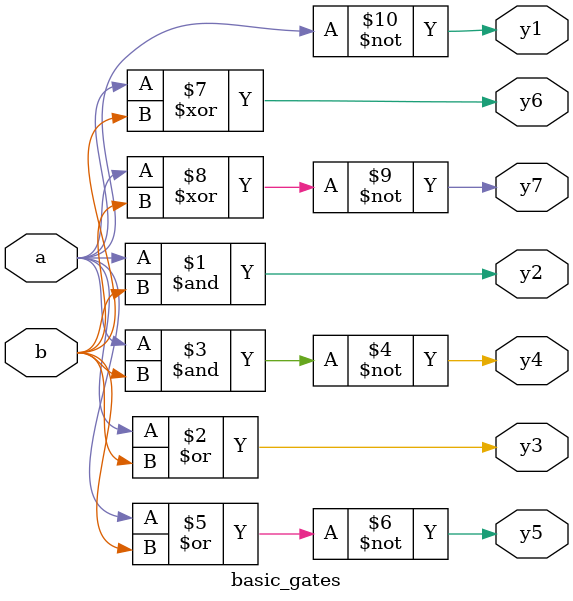
<source format=v>
module basic_gates(input a,b, output y1,y2,y3,y4,y5,y6,y7);

not (y1,a);
and (y2,a,b);
or (y3,a,b);
nand (y4,a,b);
nor (y5,a,b);
xor (y6,a,b);
xnor (y7,a,b);

endmodule


</source>
